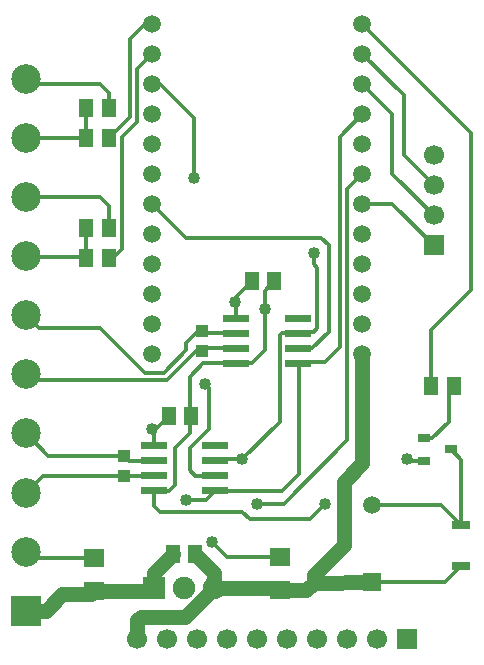
<source format=gbr>
G04 DipTrace 2.4.0.2*
%INToasty_Top.gbr*%
%MOIN*%
%ADD14C,0.05*%
%ADD15C,0.012*%
%ADD17R,0.0394X0.0433*%
%ADD18R,0.0512X0.0591*%
%ADD19R,0.0709X0.063*%
%ADD21R,0.063X0.0315*%
%ADD23R,0.0984X0.0984*%
%ADD24C,0.0984*%
%ADD25R,0.0669X0.0669*%
%ADD26C,0.0669*%
%ADD27R,0.0591X0.0591*%
%ADD28C,0.0591*%
%ADD30R,0.0413X0.0256*%
%ADD31C,0.0591*%
%ADD32R,0.0748X0.0748*%
%ADD33C,0.0748*%
%ADD34C,0.04*%
%FSLAX44Y44*%
G04*
G70*
G90*
G75*
G01*
%LNTop*%
%LPD*%
X1801Y1949D2*
D14*
X2449D1*
X3000Y2500D1*
X3955D1*
X4051Y2596D1*
X5949D1*
X6051Y2699D1*
Y3199D1*
X6677Y3825D1*
X6053Y5949D2*
D15*
X6574D1*
X6750Y6125D1*
Y7375D1*
X7250Y7875D1*
Y8398D1*
X7301Y8449D1*
X8801Y10199D2*
X9324D1*
X9750Y10625D1*
Y12000D1*
Y12602D1*
X10073Y12925D1*
X8801Y10199D2*
X7699D1*
X7250Y9750D1*
Y8500D1*
X7301Y8449D1*
X6053Y5949D2*
Y5447D1*
X6250Y5250D1*
X9000D1*
X9250Y5000D1*
X11250D1*
X11750Y5500D1*
X15301Y9449D2*
Y11301D1*
X16625Y12625D1*
Y17875D1*
X13000Y21500D1*
X8100Y6449D2*
X7426D1*
X7250Y6625D1*
Y7375D1*
X7875Y8000D1*
Y9375D1*
X7750Y9500D1*
X10848Y10699D2*
X11324D1*
X11875Y11250D1*
Y14125D1*
X11625Y14375D1*
X7125D1*
X7032Y14468D1*
X6000Y15500D1*
Y19500D2*
X6250D1*
X7375Y18375D1*
Y16375D1*
X15375Y15125D2*
X14000Y16500D1*
Y18500D1*
X13000Y19500D1*
X15375Y16125D2*
X14375Y17125D1*
Y19125D1*
X13000Y20500D1*
Y15500D2*
X14000D1*
X15375Y14125D1*
X6053Y7449D2*
Y7949D1*
X6553Y8449D1*
X8801Y11699D2*
Y12250D1*
Y12402D1*
X9325Y12925D1*
X15051Y6951D2*
X14549D1*
X14500Y7000D1*
X10250Y3750D2*
X8500D1*
X8000Y4250D1*
X4051Y3699D2*
X2020D1*
X1801Y3917D1*
X4549Y18699D2*
Y19201D1*
X4250Y19500D1*
X1967D1*
X1801Y19665D1*
X4549Y14699D2*
Y15451D1*
X4250Y15750D1*
X1823D1*
X1801Y15728D1*
X8750Y12250D2*
X8801D1*
X6000Y8000D2*
X6053Y7949D1*
X10848Y11199D2*
X10324D1*
X10250Y11125D1*
Y8250D1*
X9000Y7000D1*
X8152D1*
X8100Y6949D1*
X11375Y13875D2*
Y13500D1*
X11500Y13375D1*
Y11375D1*
X11375Y11250D1*
X10900D1*
X10848Y11199D1*
X13000Y16500D2*
X12500Y16000D1*
Y7625D1*
X10375Y5500D1*
X9500D1*
X3801Y14699D2*
Y13801D1*
X3750Y13750D1*
X1811D1*
X1801Y13760D1*
X8051Y2699D2*
D14*
Y3199D1*
X7425Y3825D1*
X8051Y2699D2*
X10199D1*
X10250Y2648D1*
X5500Y1000D2*
Y1625D1*
X5625Y1750D1*
X7102D1*
X8051Y2699D1*
X13000Y10500D2*
Y6875D1*
X12375Y6250D1*
Y4125D1*
X11375Y3125D1*
Y2875D1*
X11125Y2625D1*
X10273D1*
X10250Y2648D1*
X13331Y2919D2*
X11375Y2875D1*
X13331Y2919D2*
D15*
X15772D1*
X16301Y3449D1*
X3801Y18699D2*
Y17701D1*
X3803Y17699D1*
X1803D1*
X1801Y17697D1*
X13331Y5478D2*
X15610D1*
X16301Y4787D1*
Y6980D1*
X15957Y7325D1*
X15051Y7699D2*
X15324D1*
X15875Y8250D1*
Y9275D1*
X16049Y9449D1*
X8100Y5949D2*
X10324D1*
X10875Y6500D1*
Y10172D1*
X10848Y10199D1*
X7125Y5625D2*
X7777D1*
X8100Y5949D1*
X13000Y18500D2*
X12250Y17750D1*
Y10750D1*
X11750Y10250D1*
X10900D1*
X10848Y10199D1*
X4549Y13699D2*
X4699D1*
X5000Y14000D1*
Y17750D1*
X5500Y18250D1*
Y20000D1*
X6000Y20500D1*
Y21500D2*
X5750D1*
X5250Y21000D1*
Y18398D1*
X4551Y17699D1*
X5053Y6449D2*
X2364D1*
X1801Y5886D1*
X6053Y6449D2*
X5053D1*
Y7118D2*
X2537D1*
X1801Y7854D1*
X6053Y6949D2*
X5222D1*
X5053Y7118D1*
X7659Y10591D2*
X7466D1*
X6500Y9625D1*
X1999D1*
X1801Y9823D1*
X8801Y10699D2*
X7768D1*
X7659Y10591D1*
Y11260D2*
X7510D1*
X7125Y10875D1*
Y10625D1*
X6375Y9875D1*
X5750D1*
X4250Y11375D1*
X2218D1*
X1801Y11791D1*
X8801Y11199D2*
X7720D1*
X7659Y11260D1*
D34*
X9750Y12000D3*
X11750Y5500D3*
X7750Y9500D3*
X7375Y16375D3*
X9000Y7000D3*
X11375Y13875D3*
X9500Y5500D3*
X7125Y5625D3*
X14500Y7000D3*
X8000Y4250D3*
X8750Y12250D3*
X6000Y8000D3*
D17*
X7659Y10591D3*
Y11260D3*
D18*
X10073Y12925D3*
X9325D3*
D17*
X5053Y6449D3*
Y7118D3*
D18*
X7301Y8449D3*
X6553D3*
X3801Y18699D3*
X4549D3*
D19*
X4051Y2596D3*
Y3699D3*
X10250Y2648D3*
Y3750D3*
D18*
X3801Y14699D3*
X4549D3*
D21*
X16301Y3449D3*
Y4787D3*
G36*
X9234Y11581D2*
Y11817D1*
X8368D1*
Y11581D1*
X9234D1*
G37*
G36*
Y11081D2*
Y11317D1*
X8368D1*
Y11081D1*
X9234D1*
G37*
G36*
Y10581D2*
Y10817D1*
X8368D1*
Y10581D1*
X9234D1*
G37*
G36*
Y10081D2*
Y10317D1*
X8368D1*
Y10081D1*
X9234D1*
G37*
G36*
X11281D2*
Y10317D1*
X10415D1*
Y10081D1*
X11281D1*
G37*
G36*
Y10581D2*
Y10817D1*
X10415D1*
Y10581D1*
X11281D1*
G37*
G36*
Y11081D2*
Y11317D1*
X10415D1*
Y11081D1*
X11281D1*
G37*
G36*
Y11581D2*
Y11817D1*
X10415D1*
Y11581D1*
X11281D1*
G37*
G36*
X6486Y7331D2*
Y7567D1*
X5620D1*
Y7331D1*
X6486D1*
G37*
G36*
Y6831D2*
Y7067D1*
X5620D1*
Y6831D1*
X6486D1*
G37*
G36*
Y6331D2*
Y6567D1*
X5620D1*
Y6331D1*
X6486D1*
G37*
G36*
Y5831D2*
Y6067D1*
X5620D1*
Y5831D1*
X6486D1*
G37*
G36*
X8533D2*
Y6067D1*
X7667D1*
Y5831D1*
X8533D1*
G37*
G36*
Y6331D2*
Y6567D1*
X7667D1*
Y6331D1*
X8533D1*
G37*
G36*
Y6831D2*
Y7067D1*
X7667D1*
Y6831D1*
X8533D1*
G37*
G36*
Y7331D2*
Y7567D1*
X7667D1*
Y7331D1*
X8533D1*
G37*
D23*
X1801Y1949D3*
D24*
Y3917D3*
Y5886D3*
Y7854D3*
Y9823D3*
Y11791D3*
Y13760D3*
Y15728D3*
Y17697D3*
Y19665D3*
D25*
X14500Y1000D3*
D26*
X13500D3*
X12500D3*
X11500D3*
X10500D3*
X9500D3*
X8500D3*
X7500D3*
X6500D3*
X5500D3*
D25*
X15375Y14125D3*
D26*
Y15125D3*
Y16125D3*
Y17125D3*
D27*
X13331Y2919D3*
D28*
Y5478D3*
D30*
X15051Y7699D3*
Y6951D3*
X15957Y7325D3*
D18*
X4549Y13699D3*
X3801D3*
X6677Y3825D3*
X7425D3*
X4551Y17699D3*
X3803D3*
X15301Y9449D3*
X16049D3*
D31*
X13000Y10500D3*
Y11500D3*
Y12500D3*
Y13500D3*
Y14500D3*
Y15500D3*
Y16500D3*
Y17500D3*
Y18500D3*
Y19500D3*
Y20500D3*
Y21500D3*
X6000D3*
Y20500D3*
Y19500D3*
Y18500D3*
Y17500D3*
Y16500D3*
Y15500D3*
Y14500D3*
Y13500D3*
Y12500D3*
Y11500D3*
Y10500D3*
D32*
X6051Y2699D3*
D33*
X7051D3*
X8051D3*
M02*

</source>
